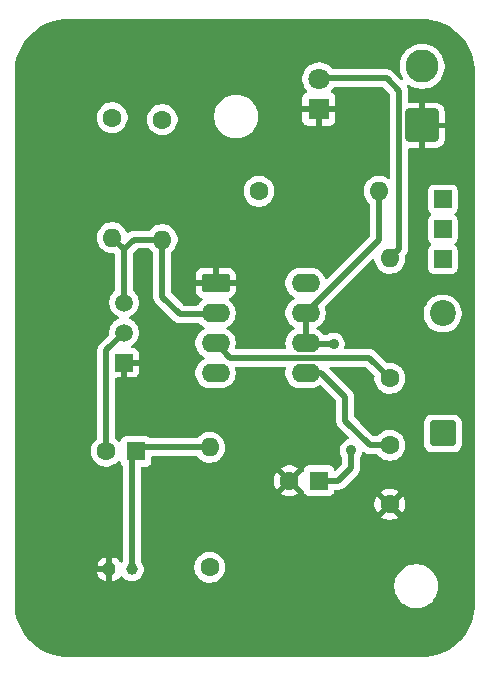
<source format=gbr>
%TF.GenerationSoftware,KiCad,Pcbnew,9.0.2*%
%TF.CreationDate,2025-06-20T15:59:31-04:00*%
%TF.ProjectId,proj02-g05,70726f6a-3032-42d6-9730-352e6b696361,rev?*%
%TF.SameCoordinates,Original*%
%TF.FileFunction,Copper,L2,Bot*%
%TF.FilePolarity,Positive*%
%FSLAX46Y46*%
G04 Gerber Fmt 4.6, Leading zero omitted, Abs format (unit mm)*
G04 Created by KiCad (PCBNEW 9.0.2) date 2025-06-20 15:59:31*
%MOMM*%
%LPD*%
G01*
G04 APERTURE LIST*
G04 Aperture macros list*
%AMRoundRect*
0 Rectangle with rounded corners*
0 $1 Rounding radius*
0 $2 $3 $4 $5 $6 $7 $8 $9 X,Y pos of 4 corners*
0 Add a 4 corners polygon primitive as box body*
4,1,4,$2,$3,$4,$5,$6,$7,$8,$9,$2,$3,0*
0 Add four circle primitives for the rounded corners*
1,1,$1+$1,$2,$3*
1,1,$1+$1,$4,$5*
1,1,$1+$1,$6,$7*
1,1,$1+$1,$8,$9*
0 Add four rect primitives between the rounded corners*
20,1,$1+$1,$2,$3,$4,$5,0*
20,1,$1+$1,$4,$5,$6,$7,0*
20,1,$1+$1,$6,$7,$8,$9,0*
20,1,$1+$1,$8,$9,$2,$3,0*%
G04 Aperture macros list end*
%TA.AperFunction,ComponentPad*%
%ADD10C,1.600000*%
%TD*%
%TA.AperFunction,ComponentPad*%
%ADD11O,1.600000X1.600000*%
%TD*%
%TA.AperFunction,ComponentPad*%
%ADD12R,1.600000X1.600000*%
%TD*%
%TA.AperFunction,ComponentPad*%
%ADD13RoundRect,0.250001X1.149999X-1.149999X1.149999X1.149999X-1.149999X1.149999X-1.149999X-1.149999X0*%
%TD*%
%TA.AperFunction,ComponentPad*%
%ADD14C,2.800000*%
%TD*%
%TA.AperFunction,ComponentPad*%
%ADD15RoundRect,0.249999X0.850001X-0.850001X0.850001X0.850001X-0.850001X0.850001X-0.850001X-0.850001X0*%
%TD*%
%TA.AperFunction,ComponentPad*%
%ADD16C,2.200000*%
%TD*%
%TA.AperFunction,ComponentPad*%
%ADD17R,1.500000X1.500000*%
%TD*%
%TA.AperFunction,ComponentPad*%
%ADD18C,1.500000*%
%TD*%
%TA.AperFunction,ComponentPad*%
%ADD19R,1.800000X1.800000*%
%TD*%
%TA.AperFunction,ComponentPad*%
%ADD20C,1.800000*%
%TD*%
%TA.AperFunction,ComponentPad*%
%ADD21RoundRect,0.250000X-0.250000X-0.250000X0.250000X-0.250000X0.250000X0.250000X-0.250000X0.250000X0*%
%TD*%
%TA.AperFunction,ComponentPad*%
%ADD22C,1.000000*%
%TD*%
%TA.AperFunction,ComponentPad*%
%ADD23RoundRect,0.250000X-0.950000X-0.550000X0.950000X-0.550000X0.950000X0.550000X-0.950000X0.550000X0*%
%TD*%
%TA.AperFunction,ComponentPad*%
%ADD24O,2.400000X1.600000*%
%TD*%
%TA.AperFunction,ViaPad*%
%ADD25C,0.900000*%
%TD*%
%TA.AperFunction,Conductor*%
%ADD26C,0.500000*%
%TD*%
G04 APERTURE END LIST*
D10*
%TO.P,R9,1*%
%TO.N,+9V*%
X101264733Y-36832233D03*
D11*
%TO.P,R9,2*%
%TO.N,Net-(Q1-C)*%
X101264733Y-46992233D03*
%TD*%
D10*
%TO.P,R11,1*%
%TO.N,+9V*%
X113684733Y-43082233D03*
D11*
%TO.P,R11,2*%
%TO.N,Net-(U5-DIS)*%
X123844733Y-43082233D03*
%TD*%
D12*
%TO.P,C5,1*%
%TO.N,Net-(MK1-+)*%
X103264733Y-65082233D03*
D10*
%TO.P,C5,2*%
%TO.N,Net-(Q1-B)*%
X100764733Y-65082233D03*
%TD*%
D13*
%TO.P,J2,1,Pin_1*%
%TO.N,GND*%
X127500000Y-37500000D03*
D14*
%TO.P,J2,2,Pin_2*%
%TO.N,Net-(D13-A)*%
X127500000Y-32500000D03*
%TD*%
D15*
%TO.P,D13,1,K*%
%TO.N,Net-(D13-K)*%
X129250000Y-63580000D03*
D16*
%TO.P,D13,2,A*%
%TO.N,Net-(D13-A)*%
X129250000Y-53420000D03*
%TD*%
D17*
%TO.P,Q1,1,E*%
%TO.N,GND*%
X102264733Y-57582233D03*
D18*
%TO.P,Q1,2,B*%
%TO.N,Net-(Q1-B)*%
X102264733Y-55042233D03*
%TO.P,Q1,3,C*%
%TO.N,Net-(Q1-C)*%
X102264733Y-52502233D03*
%TD*%
D12*
%TO.P,C6,1*%
%TO.N,Net-(U5-DIS)*%
X118764733Y-67582233D03*
D10*
%TO.P,C6,2*%
%TO.N,GND*%
X116264733Y-67582233D03*
%TD*%
D19*
%TO.P,D11,1,K*%
%TO.N,GND*%
X118764733Y-36107233D03*
D20*
%TO.P,D11,2,A*%
%TO.N,Net-(D11-A)*%
X118764733Y-33567233D03*
%TD*%
D17*
%TO.P,SW2,1,A*%
%TO.N,unconnected-(SW2-A-Pad1)*%
X129250000Y-48830000D03*
%TO.P,SW2,2,B*%
%TO.N,Net-(D13-K)*%
X129250000Y-46290000D03*
%TO.P,SW2,3,C*%
%TO.N,+9V*%
X129250000Y-43750000D03*
%TD*%
D21*
%TO.P,MK1,1,-*%
%TO.N,GND*%
X101014733Y-75082233D03*
D22*
%TO.P,MK1,2,+*%
%TO.N,Net-(MK1-+)*%
X102914733Y-75082233D03*
%TD*%
D10*
%TO.P,R8,1*%
%TO.N,+9V*%
X109514733Y-74912233D03*
D11*
%TO.P,R8,2*%
%TO.N,Net-(MK1-+)*%
X109514733Y-64752233D03*
%TD*%
D10*
%TO.P,R10,1*%
%TO.N,+9V*%
X105500000Y-37000000D03*
D11*
%TO.P,R10,2*%
%TO.N,Net-(Q1-C)*%
X105500000Y-47160000D03*
%TD*%
D10*
%TO.P,C7,1*%
%TO.N,Net-(U5-CV)*%
X124764733Y-64582233D03*
%TO.P,C7,2*%
%TO.N,GND*%
X124764733Y-69582233D03*
%TD*%
D23*
%TO.P,U5,1,GND*%
%TO.N,GND*%
X110014733Y-50832233D03*
D24*
%TO.P,U5,2,TR*%
%TO.N,Net-(Q1-C)*%
X110014733Y-53372233D03*
%TO.P,U5,3,Q*%
%TO.N,Net-(U5-Q)*%
X110014733Y-55912233D03*
%TO.P,U5,4,R*%
%TO.N,+9V*%
X110014733Y-58452233D03*
%TO.P,U5,5,CV*%
%TO.N,Net-(U5-CV)*%
X117634733Y-58452233D03*
%TO.P,U5,6,THR*%
%TO.N,Net-(U5-DIS)*%
X117634733Y-55912233D03*
%TO.P,U5,7,DIS*%
X117634733Y-53372233D03*
%TO.P,U5,8,VCC*%
%TO.N,+9V*%
X117634733Y-50832233D03*
%TD*%
D10*
%TO.P,R12,1*%
%TO.N,Net-(U5-Q)*%
X124764733Y-58912233D03*
D11*
%TO.P,R12,2*%
%TO.N,Net-(D11-A)*%
X124764733Y-48752233D03*
%TD*%
D25*
%TO.N,Net-(U5-DIS)*%
X121500000Y-65000000D03*
X120000000Y-56000000D03*
%TD*%
D26*
%TO.N,Net-(MK1-+)*%
X103594733Y-64752233D02*
X103264733Y-65082233D01*
X102914733Y-65432233D02*
X103264733Y-65082233D01*
X109514733Y-64752233D02*
X103594733Y-64752233D01*
X102914733Y-75082233D02*
X102914733Y-65432233D01*
%TO.N,Net-(Q1-B)*%
X100764733Y-56542233D02*
X102264733Y-55042233D01*
X100764733Y-65082233D02*
X100764733Y-56542233D01*
%TO.N,Net-(U5-DIS)*%
X121500000Y-66500000D02*
X121500000Y-65000000D01*
X117722500Y-56000000D02*
X117634733Y-55912233D01*
X117634733Y-53372233D02*
X117634733Y-55912233D01*
X123844733Y-47162233D02*
X117634733Y-53372233D01*
X118764733Y-67582233D02*
X120417767Y-67582233D01*
X120000000Y-56000000D02*
X117722500Y-56000000D01*
X123844733Y-43082233D02*
X123844733Y-47162233D01*
X120417767Y-67582233D02*
X121500000Y-66500000D01*
%TO.N,Net-(U5-CV)*%
X123082233Y-64582233D02*
X124764733Y-64582233D01*
X117634733Y-58452233D02*
X118952233Y-58452233D01*
X118952233Y-58452233D02*
X121000000Y-60500000D01*
X121000000Y-60500000D02*
X121000000Y-62500000D01*
X121000000Y-62500000D02*
X123082233Y-64582233D01*
%TO.N,Net-(D11-A)*%
X118831966Y-33500000D02*
X118764733Y-33567233D01*
X124764733Y-48752233D02*
X125564732Y-47952234D01*
X124500000Y-33500000D02*
X118831966Y-33500000D01*
X125564732Y-34564732D02*
X124500000Y-33500000D01*
X125564732Y-47952234D02*
X125564732Y-34564732D01*
%TO.N,Net-(Q1-C)*%
X105500000Y-47160000D02*
X103096966Y-47160000D01*
X105500000Y-47160000D02*
X105500000Y-52000000D01*
X107000000Y-53500000D02*
X109886966Y-53500000D01*
X109886966Y-53500000D02*
X110014733Y-53372233D01*
X102264733Y-52502233D02*
X102264733Y-47992233D01*
X105500000Y-52000000D02*
X107000000Y-53500000D01*
X102264733Y-47992233D02*
X101264733Y-46992233D01*
X103096966Y-47160000D02*
X102264733Y-47992233D01*
%TO.N,Net-(U5-Q)*%
X110014733Y-55912233D02*
X111265733Y-57163233D01*
X123015733Y-57163233D02*
X124764733Y-58912233D01*
X111265733Y-57163233D02*
X123015733Y-57163233D01*
%TD*%
%TA.AperFunction,Conductor*%
%TO.N,GND*%
G36*
X127502702Y-28500617D02*
G01*
X127886771Y-28517386D01*
X127897506Y-28518326D01*
X128275971Y-28568152D01*
X128286597Y-28570025D01*
X128659284Y-28652648D01*
X128669710Y-28655442D01*
X129033765Y-28770227D01*
X129043911Y-28773920D01*
X129396578Y-28920000D01*
X129406369Y-28924566D01*
X129744942Y-29100816D01*
X129754310Y-29106224D01*
X130076244Y-29311318D01*
X130085105Y-29317523D01*
X130387930Y-29549889D01*
X130396217Y-29556843D01*
X130677635Y-29814715D01*
X130685284Y-29822364D01*
X130943156Y-30103782D01*
X130950110Y-30112069D01*
X131182476Y-30414894D01*
X131188681Y-30423755D01*
X131393775Y-30745689D01*
X131399183Y-30755057D01*
X131575430Y-31093623D01*
X131580002Y-31103427D01*
X131726075Y-31456078D01*
X131729775Y-31466244D01*
X131844554Y-31830278D01*
X131847354Y-31840727D01*
X131929971Y-32213389D01*
X131931849Y-32224042D01*
X131981671Y-32602473D01*
X131982614Y-32613249D01*
X131999382Y-32997296D01*
X131999500Y-33002705D01*
X131999500Y-77997293D01*
X131999382Y-78002702D01*
X131982614Y-78386750D01*
X131981671Y-78397526D01*
X131931849Y-78775957D01*
X131929971Y-78786610D01*
X131847354Y-79159272D01*
X131844554Y-79169721D01*
X131729775Y-79533755D01*
X131726075Y-79543921D01*
X131580002Y-79896572D01*
X131575430Y-79906376D01*
X131399183Y-80244942D01*
X131393775Y-80254310D01*
X131188681Y-80576244D01*
X131182476Y-80585105D01*
X130950110Y-80887930D01*
X130943156Y-80896217D01*
X130685284Y-81177635D01*
X130677635Y-81185284D01*
X130396217Y-81443156D01*
X130387930Y-81450110D01*
X130085105Y-81682476D01*
X130076244Y-81688681D01*
X129754310Y-81893775D01*
X129744942Y-81899183D01*
X129406376Y-82075430D01*
X129396572Y-82080002D01*
X129043921Y-82226075D01*
X129033755Y-82229775D01*
X128669721Y-82344554D01*
X128659272Y-82347354D01*
X128286610Y-82429971D01*
X128275957Y-82431849D01*
X127897526Y-82481671D01*
X127886750Y-82482614D01*
X127502703Y-82499382D01*
X127497294Y-82499500D01*
X97502706Y-82499500D01*
X97497297Y-82499382D01*
X97113249Y-82482614D01*
X97102473Y-82481671D01*
X96724042Y-82431849D01*
X96713389Y-82429971D01*
X96340727Y-82347354D01*
X96330278Y-82344554D01*
X95966244Y-82229775D01*
X95956078Y-82226075D01*
X95603427Y-82080002D01*
X95593623Y-82075430D01*
X95255057Y-81899183D01*
X95245689Y-81893775D01*
X94923755Y-81688681D01*
X94914894Y-81682476D01*
X94612069Y-81450110D01*
X94603782Y-81443156D01*
X94322364Y-81185284D01*
X94314715Y-81177635D01*
X94056843Y-80896217D01*
X94049889Y-80887930D01*
X93817523Y-80585105D01*
X93811318Y-80576244D01*
X93606224Y-80254310D01*
X93600816Y-80244942D01*
X93424569Y-79906376D01*
X93419997Y-79896572D01*
X93273924Y-79543921D01*
X93270224Y-79533755D01*
X93155442Y-79169710D01*
X93152648Y-79159284D01*
X93070025Y-78786597D01*
X93068152Y-78775971D01*
X93018326Y-78397506D01*
X93017386Y-78386771D01*
X93000618Y-78002702D01*
X93000500Y-77997293D01*
X93000500Y-76378711D01*
X125149500Y-76378711D01*
X125149500Y-76621288D01*
X125181161Y-76861785D01*
X125243947Y-77096104D01*
X125336773Y-77320205D01*
X125336776Y-77320212D01*
X125458064Y-77530289D01*
X125458066Y-77530292D01*
X125458067Y-77530293D01*
X125605733Y-77722736D01*
X125605739Y-77722743D01*
X125777256Y-77894260D01*
X125777263Y-77894266D01*
X125890321Y-77981018D01*
X125969711Y-78041936D01*
X126179788Y-78163224D01*
X126403900Y-78256054D01*
X126638211Y-78318838D01*
X126818586Y-78342584D01*
X126878711Y-78350500D01*
X126878712Y-78350500D01*
X127121289Y-78350500D01*
X127169388Y-78344167D01*
X127361789Y-78318838D01*
X127596100Y-78256054D01*
X127820212Y-78163224D01*
X128030289Y-78041936D01*
X128222738Y-77894265D01*
X128394265Y-77722738D01*
X128541936Y-77530289D01*
X128663224Y-77320212D01*
X128756054Y-77096100D01*
X128818838Y-76861789D01*
X128850500Y-76621288D01*
X128850500Y-76378712D01*
X128818838Y-76138211D01*
X128756054Y-75903900D01*
X128663224Y-75679788D01*
X128541936Y-75469711D01*
X128394265Y-75277262D01*
X128394260Y-75277256D01*
X128222743Y-75105739D01*
X128222736Y-75105733D01*
X128030293Y-74958067D01*
X128030292Y-74958066D01*
X128030289Y-74958064D01*
X127820212Y-74836776D01*
X127820205Y-74836773D01*
X127596104Y-74743947D01*
X127361785Y-74681161D01*
X127121289Y-74649500D01*
X127121288Y-74649500D01*
X126878712Y-74649500D01*
X126878711Y-74649500D01*
X126638214Y-74681161D01*
X126403895Y-74743947D01*
X126179794Y-74836773D01*
X126179785Y-74836777D01*
X125969706Y-74958067D01*
X125777263Y-75105733D01*
X125777256Y-75105739D01*
X125605739Y-75277256D01*
X125605733Y-75277263D01*
X125458067Y-75469706D01*
X125336777Y-75679785D01*
X125336773Y-75679794D01*
X125243947Y-75903895D01*
X125181161Y-76138214D01*
X125149500Y-76378711D01*
X93000500Y-76378711D01*
X93000500Y-75382219D01*
X100014734Y-75382219D01*
X100025227Y-75484930D01*
X100080374Y-75651352D01*
X100080376Y-75651357D01*
X100172417Y-75800578D01*
X100296387Y-75924548D01*
X100445608Y-76016589D01*
X100445613Y-76016591D01*
X100612035Y-76071738D01*
X100612042Y-76071739D01*
X100714752Y-76082232D01*
X100764732Y-76082231D01*
X100764733Y-76082231D01*
X100764733Y-75332233D01*
X100014734Y-75332233D01*
X100014734Y-75382219D01*
X93000500Y-75382219D01*
X93000500Y-74782246D01*
X100014733Y-74782246D01*
X100014733Y-74832233D01*
X100764733Y-74832233D01*
X100764733Y-74082233D01*
X100764732Y-74082232D01*
X100714762Y-74082233D01*
X100714744Y-74082234D01*
X100612035Y-74092727D01*
X100445613Y-74147874D01*
X100445608Y-74147876D01*
X100296387Y-74239917D01*
X100172417Y-74363887D01*
X100080376Y-74513108D01*
X100080374Y-74513113D01*
X100025227Y-74679535D01*
X100025226Y-74679542D01*
X100014733Y-74782246D01*
X93000500Y-74782246D01*
X93000500Y-64979881D01*
X99464233Y-64979881D01*
X99464233Y-65184584D01*
X99496255Y-65386767D01*
X99559514Y-65581456D01*
X99617124Y-65694520D01*
X99642439Y-65744204D01*
X99652448Y-65763846D01*
X99772761Y-65929446D01*
X99917519Y-66074204D01*
X100072482Y-66186789D01*
X100083123Y-66194520D01*
X100171945Y-66239777D01*
X100265509Y-66287451D01*
X100265511Y-66287451D01*
X100265514Y-66287453D01*
X100347962Y-66314242D01*
X100460198Y-66350710D01*
X100561290Y-66366721D01*
X100662381Y-66382733D01*
X100662382Y-66382733D01*
X100867084Y-66382733D01*
X100867085Y-66382733D01*
X101069267Y-66350710D01*
X101263952Y-66287453D01*
X101446343Y-66194520D01*
X101542634Y-66124561D01*
X101611946Y-66074204D01*
X101611948Y-66074201D01*
X101611952Y-66074199D01*
X101756699Y-65929452D01*
X101756699Y-65929451D01*
X101760144Y-65926007D01*
X101761600Y-65927463D01*
X101812856Y-65893991D01*
X101882724Y-65893481D01*
X101941777Y-65930824D01*
X101969336Y-65984191D01*
X101970641Y-65989715D01*
X102020935Y-66124561D01*
X102020936Y-66124562D01*
X102020937Y-66124564D01*
X102096461Y-66225451D01*
X102107187Y-66239779D01*
X102114541Y-66245284D01*
X102156414Y-66301216D01*
X102164233Y-66344553D01*
X102164233Y-74367622D01*
X102158715Y-74386411D01*
X102158148Y-74405990D01*
X102146970Y-74426410D01*
X102144548Y-74434661D01*
X102142562Y-74437656D01*
X102138599Y-74443445D01*
X102137594Y-74444451D01*
X102124519Y-74464018D01*
X102124053Y-74464700D01*
X102097500Y-74486393D01*
X102071209Y-74508364D01*
X102070499Y-74508453D01*
X102069945Y-74508906D01*
X102035856Y-74512802D01*
X102001884Y-74517068D01*
X102001239Y-74516759D01*
X102000528Y-74516841D01*
X101969770Y-74501701D01*
X101938858Y-74486911D01*
X101938256Y-74486191D01*
X101937840Y-74485986D01*
X101937204Y-74484931D01*
X101916185Y-74459763D01*
X101857048Y-74363887D01*
X101733078Y-74239917D01*
X101583857Y-74147876D01*
X101583852Y-74147874D01*
X101417430Y-74092727D01*
X101417423Y-74092726D01*
X101314719Y-74082233D01*
X101264733Y-74082233D01*
X101264733Y-74872615D01*
X101214287Y-74822169D01*
X101140178Y-74779382D01*
X101057520Y-74757233D01*
X100971946Y-74757233D01*
X100889288Y-74779382D01*
X100815179Y-74822169D01*
X100754669Y-74882679D01*
X100711882Y-74956788D01*
X100689733Y-75039446D01*
X100689733Y-75125020D01*
X100711882Y-75207678D01*
X100754669Y-75281787D01*
X100815179Y-75342297D01*
X100889288Y-75385084D01*
X100971946Y-75407233D01*
X101057520Y-75407233D01*
X101140178Y-75385084D01*
X101214287Y-75342297D01*
X101264733Y-75291851D01*
X101264733Y-76082232D01*
X101314705Y-76082232D01*
X101314719Y-76082231D01*
X101417430Y-76071738D01*
X101583852Y-76016591D01*
X101583857Y-76016589D01*
X101733078Y-75924548D01*
X101857050Y-75800576D01*
X101916185Y-75704703D01*
X101968133Y-75657978D01*
X102037095Y-75646755D01*
X102101177Y-75674598D01*
X102124825Y-75700906D01*
X102137594Y-75720016D01*
X102276947Y-75859369D01*
X102276951Y-75859372D01*
X102440812Y-75968861D01*
X102440825Y-75968868D01*
X102575183Y-76024520D01*
X102622898Y-76044284D01*
X102622902Y-76044284D01*
X102622903Y-76044285D01*
X102816189Y-76082733D01*
X102816192Y-76082733D01*
X103013276Y-76082733D01*
X103143315Y-76056865D01*
X103206568Y-76044284D01*
X103388647Y-75968865D01*
X103552515Y-75859372D01*
X103691872Y-75720015D01*
X103801365Y-75556147D01*
X103876784Y-75374068D01*
X103896041Y-75277256D01*
X103915233Y-75180776D01*
X103915233Y-74983689D01*
X103915232Y-74983687D01*
X103884503Y-74829200D01*
X103880660Y-74809881D01*
X108214233Y-74809881D01*
X108214233Y-75014584D01*
X108246255Y-75216767D01*
X108309514Y-75411456D01*
X108402448Y-75593846D01*
X108522761Y-75759446D01*
X108667519Y-75904204D01*
X108822207Y-76016589D01*
X108833123Y-76024520D01*
X108946387Y-76082231D01*
X109015509Y-76117451D01*
X109015511Y-76117451D01*
X109015514Y-76117453D01*
X109079401Y-76138211D01*
X109210198Y-76180710D01*
X109311290Y-76196721D01*
X109412381Y-76212733D01*
X109412382Y-76212733D01*
X109617084Y-76212733D01*
X109617085Y-76212733D01*
X109819267Y-76180710D01*
X110013952Y-76117453D01*
X110196343Y-76024520D01*
X110333944Y-75924548D01*
X110361946Y-75904204D01*
X110361948Y-75904201D01*
X110361952Y-75904199D01*
X110506699Y-75759452D01*
X110506701Y-75759448D01*
X110506704Y-75759446D01*
X110564580Y-75679785D01*
X110627020Y-75593843D01*
X110719953Y-75411452D01*
X110783210Y-75216767D01*
X110815233Y-75014585D01*
X110815233Y-74809881D01*
X110794846Y-74681162D01*
X110783210Y-74607698D01*
X110748769Y-74501701D01*
X110719953Y-74413014D01*
X110719951Y-74413011D01*
X110719951Y-74413009D01*
X110686236Y-74346840D01*
X110627020Y-74230623D01*
X110619289Y-74219982D01*
X110506704Y-74065019D01*
X110361946Y-73920261D01*
X110196346Y-73799948D01*
X110196345Y-73799947D01*
X110196343Y-73799946D01*
X110139386Y-73770924D01*
X110013956Y-73707014D01*
X109819267Y-73643755D01*
X109644728Y-73616111D01*
X109617085Y-73611733D01*
X109412381Y-73611733D01*
X109388062Y-73615584D01*
X109210198Y-73643755D01*
X109015509Y-73707014D01*
X108833119Y-73799948D01*
X108667519Y-73920261D01*
X108522761Y-74065019D01*
X108402448Y-74230619D01*
X108309514Y-74413009D01*
X108246255Y-74607698D01*
X108214233Y-74809881D01*
X103880660Y-74809881D01*
X103876785Y-74790403D01*
X103876784Y-74790402D01*
X103876784Y-74790398D01*
X103857543Y-74743946D01*
X103801368Y-74608325D01*
X103801361Y-74608312D01*
X103688488Y-74439386D01*
X103690011Y-74438368D01*
X103666064Y-74381956D01*
X103665233Y-74367622D01*
X103665233Y-69479915D01*
X123464733Y-69479915D01*
X123464733Y-69684550D01*
X123496742Y-69886650D01*
X123559977Y-70081264D01*
X123652874Y-70263583D01*
X123652880Y-70263592D01*
X123685256Y-70308154D01*
X123685257Y-70308155D01*
X124364733Y-69628679D01*
X124364733Y-69634894D01*
X124391992Y-69736627D01*
X124444653Y-69827839D01*
X124519127Y-69902313D01*
X124610339Y-69954974D01*
X124712072Y-69982233D01*
X124718286Y-69982233D01*
X124038809Y-70661707D01*
X124083383Y-70694092D01*
X124265701Y-70786988D01*
X124460315Y-70850223D01*
X124662416Y-70882233D01*
X124867050Y-70882233D01*
X125069150Y-70850223D01*
X125263764Y-70786988D01*
X125446082Y-70694092D01*
X125490654Y-70661707D01*
X124811180Y-69982233D01*
X124817394Y-69982233D01*
X124919127Y-69954974D01*
X125010339Y-69902313D01*
X125084813Y-69827839D01*
X125137474Y-69736627D01*
X125164733Y-69634894D01*
X125164733Y-69628681D01*
X125844207Y-70308155D01*
X125844207Y-70308154D01*
X125876592Y-70263582D01*
X125969488Y-70081264D01*
X126032723Y-69886650D01*
X126064733Y-69684550D01*
X126064733Y-69479915D01*
X126032723Y-69277815D01*
X125969488Y-69083201D01*
X125876592Y-68900883D01*
X125844207Y-68856310D01*
X125844207Y-68856309D01*
X125164733Y-69535784D01*
X125164733Y-69529572D01*
X125137474Y-69427839D01*
X125084813Y-69336627D01*
X125010339Y-69262153D01*
X124919127Y-69209492D01*
X124817394Y-69182233D01*
X124811179Y-69182233D01*
X125490655Y-68502757D01*
X125490654Y-68502756D01*
X125446092Y-68470380D01*
X125446083Y-68470374D01*
X125263764Y-68377477D01*
X125069150Y-68314242D01*
X124867050Y-68282233D01*
X124662416Y-68282233D01*
X124460315Y-68314242D01*
X124265701Y-68377477D01*
X124083377Y-68470376D01*
X124038810Y-68502756D01*
X124038810Y-68502757D01*
X124718287Y-69182233D01*
X124712072Y-69182233D01*
X124610339Y-69209492D01*
X124519127Y-69262153D01*
X124444653Y-69336627D01*
X124391992Y-69427839D01*
X124364733Y-69529572D01*
X124364733Y-69535786D01*
X123685257Y-68856310D01*
X123685256Y-68856310D01*
X123652876Y-68900877D01*
X123559977Y-69083201D01*
X123496742Y-69277815D01*
X123464733Y-69479915D01*
X103665233Y-69479915D01*
X103665233Y-66506732D01*
X103684918Y-66439693D01*
X103737722Y-66393938D01*
X103789233Y-66382732D01*
X104112604Y-66382732D01*
X104112605Y-66382732D01*
X104172216Y-66376324D01*
X104307064Y-66326029D01*
X104422279Y-66239779D01*
X104508529Y-66124564D01*
X104558824Y-65989716D01*
X104565233Y-65930106D01*
X104565233Y-65626733D01*
X104584918Y-65559694D01*
X104637722Y-65513939D01*
X104689233Y-65502733D01*
X108389315Y-65502733D01*
X108456354Y-65522418D01*
X108489633Y-65553848D01*
X108522761Y-65599445D01*
X108522765Y-65599450D01*
X108667519Y-65744204D01*
X108814115Y-65850710D01*
X108833123Y-65864520D01*
X108949340Y-65923736D01*
X109015509Y-65957451D01*
X109015511Y-65957451D01*
X109015514Y-65957453D01*
X109097805Y-65984191D01*
X109210198Y-66020710D01*
X109311290Y-66036721D01*
X109412381Y-66052733D01*
X109412382Y-66052733D01*
X109617084Y-66052733D01*
X109617085Y-66052733D01*
X109819267Y-66020710D01*
X110013952Y-65957453D01*
X110196343Y-65864520D01*
X110289323Y-65796965D01*
X110361946Y-65744204D01*
X110361948Y-65744201D01*
X110361952Y-65744199D01*
X110506699Y-65599452D01*
X110506701Y-65599448D01*
X110506704Y-65599446D01*
X110576969Y-65502733D01*
X110627020Y-65433843D01*
X110719953Y-65251452D01*
X110783210Y-65056767D01*
X110815233Y-64854585D01*
X110815233Y-64649881D01*
X110799377Y-64549769D01*
X110783210Y-64447698D01*
X110753860Y-64357370D01*
X110719953Y-64253014D01*
X110719951Y-64253011D01*
X110719951Y-64253009D01*
X110671376Y-64157676D01*
X110627020Y-64070623D01*
X110604700Y-64039902D01*
X110506704Y-63905019D01*
X110361946Y-63760261D01*
X110196346Y-63639948D01*
X110196345Y-63639947D01*
X110196343Y-63639946D01*
X110098843Y-63590267D01*
X110013956Y-63547014D01*
X109819267Y-63483755D01*
X109644728Y-63456111D01*
X109617085Y-63451733D01*
X109412381Y-63451733D01*
X109388062Y-63455584D01*
X109210198Y-63483755D01*
X109015509Y-63547014D01*
X108833119Y-63639948D01*
X108667519Y-63760261D01*
X108522765Y-63905015D01*
X108522761Y-63905020D01*
X108489633Y-63950618D01*
X108434304Y-63993284D01*
X108389315Y-64001733D01*
X104542025Y-64001733D01*
X104474986Y-63982048D01*
X104442758Y-63952043D01*
X104422283Y-63924691D01*
X104422280Y-63924688D01*
X104422279Y-63924687D01*
X104422275Y-63924684D01*
X104307068Y-63838439D01*
X104307061Y-63838435D01*
X104172215Y-63788141D01*
X104172216Y-63788141D01*
X104112616Y-63781734D01*
X104112614Y-63781733D01*
X104112606Y-63781733D01*
X104112597Y-63781733D01*
X102416862Y-63781733D01*
X102416856Y-63781734D01*
X102357249Y-63788141D01*
X102222404Y-63838435D01*
X102222397Y-63838439D01*
X102107188Y-63924685D01*
X102107185Y-63924688D01*
X102020939Y-64039897D01*
X102020935Y-64039904D01*
X101970641Y-64174750D01*
X101969336Y-64180275D01*
X101934761Y-64240990D01*
X101872849Y-64273374D01*
X101803258Y-64267145D01*
X101761346Y-64237256D01*
X101760144Y-64238459D01*
X101611950Y-64090265D01*
X101611945Y-64090261D01*
X101566348Y-64057133D01*
X101523682Y-64001804D01*
X101515233Y-63956815D01*
X101515233Y-58956233D01*
X101534918Y-58889194D01*
X101587722Y-58843439D01*
X101639233Y-58832233D01*
X102014733Y-58832233D01*
X102014733Y-57897919D01*
X102019127Y-57902313D01*
X102110339Y-57954974D01*
X102212072Y-57982233D01*
X102317394Y-57982233D01*
X102419127Y-57954974D01*
X102510339Y-57902313D01*
X102514733Y-57897919D01*
X102514733Y-58832233D01*
X103062561Y-58832233D01*
X103062577Y-58832232D01*
X103122105Y-58825831D01*
X103122112Y-58825829D01*
X103256819Y-58775587D01*
X103256826Y-58775583D01*
X103371920Y-58689423D01*
X103371923Y-58689420D01*
X103458083Y-58574326D01*
X103458087Y-58574319D01*
X103508329Y-58439612D01*
X103508331Y-58439605D01*
X103514732Y-58380077D01*
X103514733Y-58380060D01*
X103514733Y-57832233D01*
X102580419Y-57832233D01*
X102584813Y-57827839D01*
X102637474Y-57736627D01*
X102664733Y-57634894D01*
X102664733Y-57529572D01*
X102637474Y-57427839D01*
X102584813Y-57336627D01*
X102580419Y-57332233D01*
X103514733Y-57332233D01*
X103514733Y-56784405D01*
X103514732Y-56784388D01*
X103508331Y-56724860D01*
X103508329Y-56724853D01*
X103458087Y-56590146D01*
X103458083Y-56590139D01*
X103371923Y-56475045D01*
X103371920Y-56475042D01*
X103256826Y-56388882D01*
X103256819Y-56388878D01*
X103122112Y-56338636D01*
X103122105Y-56338634D01*
X103062577Y-56332233D01*
X102998312Y-56332233D01*
X102931273Y-56312548D01*
X102885518Y-56259744D01*
X102875574Y-56190586D01*
X102904599Y-56127030D01*
X102925426Y-56107915D01*
X103079379Y-55996061D01*
X103218561Y-55856879D01*
X103334257Y-55697638D01*
X103423617Y-55522258D01*
X103484442Y-55335059D01*
X103496061Y-55261698D01*
X103515233Y-55140655D01*
X103515233Y-54943810D01*
X103484442Y-54749406D01*
X103454966Y-54658691D01*
X103423617Y-54562208D01*
X103423615Y-54562205D01*
X103423615Y-54562203D01*
X103334256Y-54386827D01*
X103218561Y-54227587D01*
X103079379Y-54088405D01*
X102999758Y-54030557D01*
X102920136Y-53972707D01*
X102743520Y-53882718D01*
X102692723Y-53834744D01*
X102675928Y-53766923D01*
X102698465Y-53700788D01*
X102743520Y-53661748D01*
X102920136Y-53571758D01*
X102920135Y-53571758D01*
X102920138Y-53571757D01*
X103079379Y-53456061D01*
X103218561Y-53316879D01*
X103334257Y-53157638D01*
X103423617Y-52982258D01*
X103484442Y-52795059D01*
X103497410Y-52713181D01*
X103515233Y-52600655D01*
X103515233Y-52403810D01*
X103484442Y-52209406D01*
X103456220Y-52122550D01*
X103423617Y-52022208D01*
X103423615Y-52022205D01*
X103423615Y-52022203D01*
X103340413Y-51858910D01*
X103334257Y-51846828D01*
X103218561Y-51687587D01*
X103079379Y-51548405D01*
X103079378Y-51548404D01*
X103079376Y-51548402D01*
X103066345Y-51538934D01*
X103023681Y-51483603D01*
X103015233Y-51438618D01*
X103015233Y-48354462D01*
X103034918Y-48287423D01*
X103051552Y-48266781D01*
X103371514Y-47946819D01*
X103432837Y-47913334D01*
X103459195Y-47910500D01*
X104374582Y-47910500D01*
X104441621Y-47930185D01*
X104474900Y-47961615D01*
X104508028Y-48007212D01*
X104508032Y-48007217D01*
X104508034Y-48007219D01*
X104652781Y-48151966D01*
X104698384Y-48185098D01*
X104741050Y-48240425D01*
X104749500Y-48285416D01*
X104749500Y-52073918D01*
X104749500Y-52073920D01*
X104749499Y-52073920D01*
X104778340Y-52218907D01*
X104778343Y-52218917D01*
X104834913Y-52355490D01*
X104834915Y-52355493D01*
X104844274Y-52369501D01*
X104917049Y-52478418D01*
X104917052Y-52478421D01*
X106521580Y-54082948D01*
X106521584Y-54082951D01*
X106644498Y-54165080D01*
X106644511Y-54165087D01*
X106775747Y-54219446D01*
X106781087Y-54221658D01*
X106781091Y-54221658D01*
X106781092Y-54221659D01*
X106926079Y-54250500D01*
X106926082Y-54250500D01*
X107073917Y-54250500D01*
X108602453Y-54250500D01*
X108669492Y-54270185D01*
X108690134Y-54286819D01*
X108767519Y-54364204D01*
X108922482Y-54476789D01*
X108933123Y-54484520D01*
X109024573Y-54531116D01*
X109025813Y-54531748D01*
X109076609Y-54579723D01*
X109093404Y-54647544D01*
X109070867Y-54713679D01*
X109025813Y-54752718D01*
X108933119Y-54799948D01*
X108767519Y-54920261D01*
X108622761Y-55065019D01*
X108502448Y-55230619D01*
X108409514Y-55413009D01*
X108346255Y-55607698D01*
X108314233Y-55809881D01*
X108314233Y-56014584D01*
X108346255Y-56216767D01*
X108409514Y-56411456D01*
X108441915Y-56475045D01*
X108500562Y-56590146D01*
X108502448Y-56593846D01*
X108622761Y-56759446D01*
X108767519Y-56904204D01*
X108922482Y-57016789D01*
X108933123Y-57024520D01*
X109024573Y-57071116D01*
X109025813Y-57071748D01*
X109076609Y-57119723D01*
X109093404Y-57187544D01*
X109070867Y-57253679D01*
X109025813Y-57292718D01*
X108933119Y-57339948D01*
X108767519Y-57460261D01*
X108622761Y-57605019D01*
X108502448Y-57770619D01*
X108409514Y-57953009D01*
X108346255Y-58147698D01*
X108314233Y-58349881D01*
X108314233Y-58554584D01*
X108346255Y-58756767D01*
X108409514Y-58951456D01*
X108502448Y-59133846D01*
X108622761Y-59299446D01*
X108767519Y-59444204D01*
X108870077Y-59518715D01*
X108933123Y-59564520D01*
X109049340Y-59623736D01*
X109115509Y-59657451D01*
X109115511Y-59657451D01*
X109115514Y-59657453D01*
X109219870Y-59691360D01*
X109310198Y-59720710D01*
X109411290Y-59736721D01*
X109512381Y-59752733D01*
X109512382Y-59752733D01*
X110517084Y-59752733D01*
X110517085Y-59752733D01*
X110719267Y-59720710D01*
X110913952Y-59657453D01*
X111096343Y-59564520D01*
X111209100Y-59482598D01*
X111261946Y-59444204D01*
X111261948Y-59444201D01*
X111261952Y-59444199D01*
X111406699Y-59299452D01*
X111406701Y-59299448D01*
X111406704Y-59299446D01*
X111466773Y-59216767D01*
X111527020Y-59133843D01*
X111619953Y-58951452D01*
X111683210Y-58756767D01*
X111715233Y-58554585D01*
X111715233Y-58349881D01*
X111696344Y-58230623D01*
X111683210Y-58147698D01*
X111659930Y-58076052D01*
X111657934Y-58006211D01*
X111694014Y-57946378D01*
X111756715Y-57915549D01*
X111777861Y-57913733D01*
X115871605Y-57913733D01*
X115938644Y-57933418D01*
X115984399Y-57986222D01*
X115994343Y-58055380D01*
X115989536Y-58076052D01*
X115966255Y-58147698D01*
X115934233Y-58349881D01*
X115934233Y-58554584D01*
X115966255Y-58756767D01*
X116029514Y-58951456D01*
X116122448Y-59133846D01*
X116242761Y-59299446D01*
X116387519Y-59444204D01*
X116490077Y-59518715D01*
X116553123Y-59564520D01*
X116669340Y-59623736D01*
X116735509Y-59657451D01*
X116735511Y-59657451D01*
X116735514Y-59657453D01*
X116839870Y-59691360D01*
X116930198Y-59720710D01*
X117031290Y-59736721D01*
X117132381Y-59752733D01*
X117132382Y-59752733D01*
X118137084Y-59752733D01*
X118137085Y-59752733D01*
X118339267Y-59720710D01*
X118533952Y-59657453D01*
X118716343Y-59564520D01*
X118796784Y-59506076D01*
X118862586Y-59482598D01*
X118930640Y-59498423D01*
X118957347Y-59518715D01*
X120213181Y-60774549D01*
X120246666Y-60835872D01*
X120249500Y-60862230D01*
X120249500Y-62573918D01*
X120249500Y-62573920D01*
X120249499Y-62573920D01*
X120278340Y-62718907D01*
X120278343Y-62718917D01*
X120334914Y-62855492D01*
X120367812Y-62904727D01*
X120367813Y-62904730D01*
X120417046Y-62978414D01*
X120417052Y-62978421D01*
X121310528Y-63871896D01*
X121344013Y-63933219D01*
X121339029Y-64002910D01*
X121297157Y-64058844D01*
X121247043Y-64081194D01*
X121222748Y-64086027D01*
X121049771Y-64157676D01*
X121049762Y-64157681D01*
X120894092Y-64261697D01*
X120894088Y-64261700D01*
X120761700Y-64394088D01*
X120761697Y-64394092D01*
X120657681Y-64549762D01*
X120657676Y-64549771D01*
X120586027Y-64722748D01*
X120586025Y-64722756D01*
X120549500Y-64906379D01*
X120549500Y-65093620D01*
X120586025Y-65277243D01*
X120586027Y-65277251D01*
X120657676Y-65450228D01*
X120657681Y-65450236D01*
X120728602Y-65556376D01*
X120749480Y-65623053D01*
X120749500Y-65625267D01*
X120749500Y-66137770D01*
X120729815Y-66204809D01*
X120713181Y-66225451D01*
X120250964Y-66687667D01*
X120189641Y-66721152D01*
X120119949Y-66716168D01*
X120064016Y-66674296D01*
X120047101Y-66643319D01*
X120008530Y-66539904D01*
X120008526Y-66539897D01*
X119922280Y-66424688D01*
X119922277Y-66424685D01*
X119807068Y-66338439D01*
X119807061Y-66338435D01*
X119672215Y-66288141D01*
X119672216Y-66288141D01*
X119612616Y-66281734D01*
X119612614Y-66281733D01*
X119612606Y-66281733D01*
X119612597Y-66281733D01*
X117916862Y-66281733D01*
X117916856Y-66281734D01*
X117857249Y-66288141D01*
X117722404Y-66338435D01*
X117722397Y-66338439D01*
X117607188Y-66424685D01*
X117607185Y-66424688D01*
X117520939Y-66539897D01*
X117520935Y-66539904D01*
X117470641Y-66674750D01*
X117464234Y-66734349D01*
X117464055Y-66737685D01*
X117462474Y-66737600D01*
X117444548Y-66798652D01*
X117391744Y-66844407D01*
X117348459Y-66852057D01*
X116664733Y-67535784D01*
X116664733Y-67529572D01*
X116637474Y-67427839D01*
X116584813Y-67336627D01*
X116510339Y-67262153D01*
X116419127Y-67209492D01*
X116317394Y-67182233D01*
X116311179Y-67182233D01*
X116990655Y-66502757D01*
X116990654Y-66502756D01*
X116946092Y-66470380D01*
X116946083Y-66470374D01*
X116763764Y-66377477D01*
X116569150Y-66314242D01*
X116367050Y-66282233D01*
X116162416Y-66282233D01*
X115960315Y-66314242D01*
X115765701Y-66377477D01*
X115583377Y-66470376D01*
X115538810Y-66502756D01*
X115538810Y-66502757D01*
X116218287Y-67182233D01*
X116212072Y-67182233D01*
X116110339Y-67209492D01*
X116019127Y-67262153D01*
X115944653Y-67336627D01*
X115891992Y-67427839D01*
X115864733Y-67529572D01*
X115864733Y-67535786D01*
X115185257Y-66856310D01*
X115185256Y-66856310D01*
X115152876Y-66900877D01*
X115059977Y-67083201D01*
X114996742Y-67277815D01*
X114964733Y-67479915D01*
X114964733Y-67684550D01*
X114996742Y-67886650D01*
X115059977Y-68081264D01*
X115152874Y-68263583D01*
X115152880Y-68263592D01*
X115185256Y-68308154D01*
X115185257Y-68308155D01*
X115864733Y-67628679D01*
X115864733Y-67634894D01*
X115891992Y-67736627D01*
X115944653Y-67827839D01*
X116019127Y-67902313D01*
X116110339Y-67954974D01*
X116212072Y-67982233D01*
X116218286Y-67982233D01*
X115538809Y-68661707D01*
X115583383Y-68694092D01*
X115765701Y-68786988D01*
X115960315Y-68850223D01*
X116162416Y-68882233D01*
X116367050Y-68882233D01*
X116569150Y-68850223D01*
X116763764Y-68786988D01*
X116946082Y-68694092D01*
X116990654Y-68661707D01*
X116311180Y-67982233D01*
X116317394Y-67982233D01*
X116419127Y-67954974D01*
X116510339Y-67902313D01*
X116584813Y-67827839D01*
X116637474Y-67736627D01*
X116664733Y-67634894D01*
X116664733Y-67628680D01*
X117349216Y-68313164D01*
X117398880Y-68323597D01*
X117448638Y-68372648D01*
X117462733Y-68426867D01*
X117463832Y-68426809D01*
X117463879Y-68426804D01*
X117463879Y-68426806D01*
X117464057Y-68426797D01*
X117464234Y-68430109D01*
X117470641Y-68489716D01*
X117520935Y-68624561D01*
X117520939Y-68624568D01*
X117607185Y-68739777D01*
X117607188Y-68739780D01*
X117722397Y-68826026D01*
X117722404Y-68826030D01*
X117857250Y-68876324D01*
X117857249Y-68876324D01*
X117864177Y-68877068D01*
X117916860Y-68882733D01*
X119612605Y-68882732D01*
X119672216Y-68876324D01*
X119807064Y-68826029D01*
X119922279Y-68739779D01*
X120008529Y-68624564D01*
X120058824Y-68489716D01*
X120064377Y-68438063D01*
X120065430Y-68432729D01*
X120079159Y-68406381D01*
X120090532Y-68378927D01*
X120095131Y-68375733D01*
X120097719Y-68370768D01*
X120123515Y-68356025D01*
X120147924Y-68339079D01*
X120155247Y-68337892D01*
X120158382Y-68336101D01*
X120164375Y-68336412D01*
X120187084Y-68332733D01*
X120491687Y-68332733D01*
X120590063Y-68313164D01*
X120636680Y-68303891D01*
X120773262Y-68247317D01*
X120822496Y-68214419D01*
X120896183Y-68165185D01*
X122082952Y-66978415D01*
X122146860Y-66882769D01*
X122165084Y-66855495D01*
X122194607Y-66784220D01*
X122221659Y-66718912D01*
X122250500Y-66573917D01*
X122250500Y-66426082D01*
X122250500Y-65625267D01*
X122270185Y-65558228D01*
X122271398Y-65556376D01*
X122294088Y-65522418D01*
X122342322Y-65450231D01*
X122413973Y-65277251D01*
X122419716Y-65248376D01*
X122452098Y-65186467D01*
X122512813Y-65151891D01*
X122582582Y-65155629D01*
X122610224Y-65169465D01*
X122726731Y-65247313D01*
X122726744Y-65247320D01*
X122799000Y-65277249D01*
X122863320Y-65303891D01*
X122863324Y-65303891D01*
X122863325Y-65303892D01*
X123008312Y-65332733D01*
X123008315Y-65332733D01*
X123156150Y-65332733D01*
X123639315Y-65332733D01*
X123706354Y-65352418D01*
X123739633Y-65383848D01*
X123772761Y-65429445D01*
X123772765Y-65429450D01*
X123917519Y-65574204D01*
X124072482Y-65686789D01*
X124083123Y-65694520D01*
X124180633Y-65744204D01*
X124265509Y-65787451D01*
X124265511Y-65787451D01*
X124265514Y-65787453D01*
X124369870Y-65821360D01*
X124460198Y-65850710D01*
X124561290Y-65866721D01*
X124662381Y-65882733D01*
X124662382Y-65882733D01*
X124867084Y-65882733D01*
X124867085Y-65882733D01*
X125069267Y-65850710D01*
X125263952Y-65787453D01*
X125446343Y-65694520D01*
X125577197Y-65599450D01*
X125611946Y-65574204D01*
X125611948Y-65574201D01*
X125611952Y-65574199D01*
X125756699Y-65429452D01*
X125756701Y-65429448D01*
X125756704Y-65429446D01*
X125826969Y-65332733D01*
X125877020Y-65263843D01*
X125969953Y-65081452D01*
X126033210Y-64886767D01*
X126065233Y-64684585D01*
X126065233Y-64479881D01*
X126033210Y-64277699D01*
X126025189Y-64253014D01*
X125994212Y-64157676D01*
X125969953Y-64083014D01*
X125969951Y-64083011D01*
X125969951Y-64083009D01*
X125905651Y-63956815D01*
X125877020Y-63900623D01*
X125856149Y-63871896D01*
X125756704Y-63735019D01*
X125611946Y-63590261D01*
X125446346Y-63469948D01*
X125446345Y-63469947D01*
X125446343Y-63469946D01*
X125389386Y-63440924D01*
X125263956Y-63377014D01*
X125069267Y-63313755D01*
X124894728Y-63286111D01*
X124867085Y-63281733D01*
X124662381Y-63281733D01*
X124638062Y-63285584D01*
X124460198Y-63313755D01*
X124265509Y-63377014D01*
X124083119Y-63469948D01*
X123917519Y-63590261D01*
X123772765Y-63735015D01*
X123772761Y-63735020D01*
X123739633Y-63780618D01*
X123735301Y-63783958D01*
X123733028Y-63788936D01*
X123707928Y-63805066D01*
X123684304Y-63823284D01*
X123677630Y-63824537D01*
X123674250Y-63826710D01*
X123639315Y-63831733D01*
X123444462Y-63831733D01*
X123377423Y-63812048D01*
X123356781Y-63795414D01*
X122325882Y-62764514D01*
X122241350Y-62679982D01*
X127649500Y-62679982D01*
X127649500Y-64480017D01*
X127660000Y-64582796D01*
X127693730Y-64684585D01*
X127715186Y-64749335D01*
X127807288Y-64898656D01*
X127931344Y-65022712D01*
X128080665Y-65114814D01*
X128247202Y-65169999D01*
X128349990Y-65180500D01*
X128349995Y-65180500D01*
X130150005Y-65180500D01*
X130150010Y-65180500D01*
X130252798Y-65169999D01*
X130419335Y-65114814D01*
X130568656Y-65022712D01*
X130692712Y-64898656D01*
X130784814Y-64749335D01*
X130839999Y-64582798D01*
X130850500Y-64480010D01*
X130850500Y-62679990D01*
X130839999Y-62577202D01*
X130784814Y-62410665D01*
X130692712Y-62261344D01*
X130568656Y-62137288D01*
X130419335Y-62045186D01*
X130252798Y-61990001D01*
X130252796Y-61990000D01*
X130150017Y-61979500D01*
X130150010Y-61979500D01*
X128349990Y-61979500D01*
X128349982Y-61979500D01*
X128247203Y-61990000D01*
X128247202Y-61990001D01*
X128164669Y-62017349D01*
X128080667Y-62045185D01*
X128080662Y-62045187D01*
X127931342Y-62137289D01*
X127807289Y-62261342D01*
X127715187Y-62410662D01*
X127715186Y-62410665D01*
X127660001Y-62577202D01*
X127660001Y-62577203D01*
X127660000Y-62577203D01*
X127649500Y-62679982D01*
X122241350Y-62679982D01*
X121786819Y-62225451D01*
X121753334Y-62164128D01*
X121750500Y-62137770D01*
X121750500Y-60426079D01*
X121721659Y-60281092D01*
X121721658Y-60281091D01*
X121721658Y-60281087D01*
X121665084Y-60144505D01*
X121632186Y-60095270D01*
X121584912Y-60024517D01*
X121582956Y-60021589D01*
X121582952Y-60021584D01*
X119686782Y-58125414D01*
X119653297Y-58064091D01*
X119658281Y-57994399D01*
X119700153Y-57938466D01*
X119765617Y-57914049D01*
X119774463Y-57913733D01*
X122653503Y-57913733D01*
X122720542Y-57933418D01*
X122741184Y-57950052D01*
X123438259Y-58647126D01*
X123471744Y-58708449D01*
X123473051Y-58754204D01*
X123464233Y-58809880D01*
X123464233Y-59014584D01*
X123496255Y-59216767D01*
X123559514Y-59411456D01*
X123652448Y-59593846D01*
X123772761Y-59759446D01*
X123917519Y-59904204D01*
X124072482Y-60016789D01*
X124083123Y-60024520D01*
X124199340Y-60083736D01*
X124265509Y-60117451D01*
X124265511Y-60117451D01*
X124265514Y-60117453D01*
X124348778Y-60144507D01*
X124460198Y-60180710D01*
X124561290Y-60196721D01*
X124662381Y-60212733D01*
X124662382Y-60212733D01*
X124867084Y-60212733D01*
X124867085Y-60212733D01*
X125069267Y-60180710D01*
X125263952Y-60117453D01*
X125446343Y-60024520D01*
X125539323Y-59956965D01*
X125611946Y-59904204D01*
X125611948Y-59904201D01*
X125611952Y-59904199D01*
X125756699Y-59759452D01*
X125756701Y-59759448D01*
X125756704Y-59759446D01*
X125830806Y-59657451D01*
X125877020Y-59593843D01*
X125969953Y-59411452D01*
X126033210Y-59216767D01*
X126065233Y-59014585D01*
X126065233Y-58809881D01*
X126056820Y-58756767D01*
X126033210Y-58607698D01*
X125969951Y-58413009D01*
X125936236Y-58346840D01*
X125877020Y-58230623D01*
X125816773Y-58147699D01*
X125756704Y-58065019D01*
X125611946Y-57920261D01*
X125446346Y-57799948D01*
X125446345Y-57799947D01*
X125446343Y-57799946D01*
X125388786Y-57770619D01*
X125263956Y-57707014D01*
X125069267Y-57643755D01*
X124894728Y-57616111D01*
X124867085Y-57611733D01*
X124662381Y-57611733D01*
X124606704Y-57620551D01*
X124537411Y-57611596D01*
X124499626Y-57585759D01*
X123494154Y-56580285D01*
X123494147Y-56580279D01*
X123420462Y-56531045D01*
X123420462Y-56531046D01*
X123371224Y-56498146D01*
X123234650Y-56441576D01*
X123234640Y-56441573D01*
X123089653Y-56412733D01*
X123089651Y-56412733D01*
X121038118Y-56412733D01*
X120971079Y-56393048D01*
X120925324Y-56340244D01*
X120915380Y-56271086D01*
X120916501Y-56264542D01*
X120929117Y-56201117D01*
X120950500Y-56093616D01*
X120950500Y-55906384D01*
X120913973Y-55722749D01*
X120842322Y-55549769D01*
X120842321Y-55549768D01*
X120842318Y-55549762D01*
X120738302Y-55394092D01*
X120738299Y-55394088D01*
X120605911Y-55261700D01*
X120605907Y-55261697D01*
X120450237Y-55157681D01*
X120450228Y-55157676D01*
X120277251Y-55086027D01*
X120277243Y-55086025D01*
X120093620Y-55049500D01*
X120093616Y-55049500D01*
X119906384Y-55049500D01*
X119906379Y-55049500D01*
X119722756Y-55086025D01*
X119722748Y-55086027D01*
X119549771Y-55157676D01*
X119549763Y-55157681D01*
X119443624Y-55228602D01*
X119425577Y-55234252D01*
X119409668Y-55244477D01*
X119378708Y-55248928D01*
X119376947Y-55249480D01*
X119374733Y-55249500D01*
X119223916Y-55249500D01*
X119156877Y-55229815D01*
X119123599Y-55198387D01*
X119026699Y-55065014D01*
X118881952Y-54920267D01*
X118881946Y-54920261D01*
X118716347Y-54799948D01*
X118694599Y-54788867D01*
X118623650Y-54752716D01*
X118572856Y-54704744D01*
X118556061Y-54636923D01*
X118578598Y-54570788D01*
X118623650Y-54531749D01*
X118716343Y-54484520D01*
X118737503Y-54469146D01*
X118881946Y-54364204D01*
X118881948Y-54364201D01*
X118881952Y-54364199D01*
X119026699Y-54219452D01*
X119026701Y-54219448D01*
X119026704Y-54219446D01*
X119079465Y-54146823D01*
X119147020Y-54053843D01*
X119239953Y-53871452D01*
X119303210Y-53676767D01*
X119335233Y-53474585D01*
X119335233Y-53294038D01*
X127649500Y-53294038D01*
X127649500Y-53545962D01*
X127653586Y-53571757D01*
X127688910Y-53794785D01*
X127766760Y-54034383D01*
X127833354Y-54165080D01*
X127865203Y-54227587D01*
X127881132Y-54258848D01*
X128029201Y-54462649D01*
X128029205Y-54462654D01*
X128207345Y-54640794D01*
X128207350Y-54640798D01*
X128295365Y-54704744D01*
X128411155Y-54788870D01*
X128554184Y-54861747D01*
X128635616Y-54903239D01*
X128635618Y-54903239D01*
X128635621Y-54903241D01*
X128875215Y-54981090D01*
X129124038Y-55020500D01*
X129124039Y-55020500D01*
X129375961Y-55020500D01*
X129375962Y-55020500D01*
X129624785Y-54981090D01*
X129864379Y-54903241D01*
X130088845Y-54788870D01*
X130292656Y-54640793D01*
X130470793Y-54462656D01*
X130618870Y-54258845D01*
X130733241Y-54034379D01*
X130811090Y-53794785D01*
X130850500Y-53545962D01*
X130850500Y-53294038D01*
X130811090Y-53045215D01*
X130733241Y-52805621D01*
X130733239Y-52805618D01*
X130733239Y-52805616D01*
X130691747Y-52724184D01*
X130618870Y-52581155D01*
X130544230Y-52478421D01*
X130470798Y-52377350D01*
X130470794Y-52377345D01*
X130292654Y-52199205D01*
X130292649Y-52199201D01*
X130088848Y-52051132D01*
X130088847Y-52051131D01*
X130088845Y-52051130D01*
X130018747Y-52015413D01*
X129864383Y-51936760D01*
X129624785Y-51858910D01*
X129548503Y-51846828D01*
X129375962Y-51819500D01*
X129124038Y-51819500D01*
X128999626Y-51839205D01*
X128875214Y-51858910D01*
X128635616Y-51936760D01*
X128411151Y-52051132D01*
X128207350Y-52199201D01*
X128207345Y-52199205D01*
X128029205Y-52377345D01*
X128029201Y-52377350D01*
X127881132Y-52581151D01*
X127766760Y-52805616D01*
X127688910Y-53045214D01*
X127688910Y-53045215D01*
X127649500Y-53294038D01*
X119335233Y-53294038D01*
X119335233Y-53269881D01*
X119303210Y-53067699D01*
X119252487Y-52911592D01*
X119250493Y-52841752D01*
X119282736Y-52785596D01*
X123257902Y-48810429D01*
X123319223Y-48776946D01*
X123388915Y-48781930D01*
X123444848Y-48823802D01*
X123468054Y-48878713D01*
X123496256Y-49056768D01*
X123559514Y-49251456D01*
X123652448Y-49433846D01*
X123772761Y-49599446D01*
X123917519Y-49744204D01*
X124049733Y-49840261D01*
X124083123Y-49864520D01*
X124199340Y-49923736D01*
X124265509Y-49957451D01*
X124265511Y-49957451D01*
X124265514Y-49957453D01*
X124369870Y-49991360D01*
X124460198Y-50020710D01*
X124561290Y-50036721D01*
X124662381Y-50052733D01*
X124662382Y-50052733D01*
X124867084Y-50052733D01*
X124867085Y-50052733D01*
X125069267Y-50020710D01*
X125263952Y-49957453D01*
X125446343Y-49864520D01*
X125539323Y-49796965D01*
X125611946Y-49744204D01*
X125611948Y-49744201D01*
X125611952Y-49744199D01*
X125756699Y-49599452D01*
X125756701Y-49599448D01*
X125756704Y-49599446D01*
X125809465Y-49526823D01*
X125877020Y-49433843D01*
X125969953Y-49251452D01*
X126033210Y-49056767D01*
X126065233Y-48854585D01*
X126065233Y-48649881D01*
X126056414Y-48594204D01*
X126065368Y-48524913D01*
X126091202Y-48487129D01*
X126147683Y-48430650D01*
X126229816Y-48307729D01*
X126286390Y-48171147D01*
X126305257Y-48076297D01*
X126315232Y-48026152D01*
X126315232Y-42952135D01*
X127999500Y-42952135D01*
X127999500Y-44547870D01*
X127999501Y-44547876D01*
X128005908Y-44607483D01*
X128056202Y-44742328D01*
X128056206Y-44742335D01*
X128142452Y-44857544D01*
X128142455Y-44857547D01*
X128226861Y-44920734D01*
X128268732Y-44976668D01*
X128273716Y-45046359D01*
X128240230Y-45107682D01*
X128226861Y-45119266D01*
X128142455Y-45182452D01*
X128142452Y-45182455D01*
X128056206Y-45297664D01*
X128056202Y-45297671D01*
X128005908Y-45432517D01*
X127999501Y-45492116D01*
X127999501Y-45492123D01*
X127999500Y-45492135D01*
X127999500Y-47087870D01*
X127999501Y-47087876D01*
X128005908Y-47147483D01*
X128056202Y-47282328D01*
X128056206Y-47282335D01*
X128142452Y-47397544D01*
X128142455Y-47397547D01*
X128226861Y-47460734D01*
X128268732Y-47516668D01*
X128273716Y-47586359D01*
X128240230Y-47647682D01*
X128226861Y-47659266D01*
X128142455Y-47722452D01*
X128142452Y-47722455D01*
X128056206Y-47837664D01*
X128056204Y-47837669D01*
X128005908Y-47972517D01*
X128000142Y-48026152D01*
X127999501Y-48032123D01*
X127999500Y-48032135D01*
X127999500Y-49627870D01*
X127999501Y-49627876D01*
X128005908Y-49687483D01*
X128056202Y-49822328D01*
X128056206Y-49822335D01*
X128142452Y-49937544D01*
X128142455Y-49937547D01*
X128257664Y-50023793D01*
X128257671Y-50023797D01*
X128392517Y-50074091D01*
X128392516Y-50074091D01*
X128399444Y-50074835D01*
X128452127Y-50080500D01*
X130047872Y-50080499D01*
X130107483Y-50074091D01*
X130242331Y-50023796D01*
X130357546Y-49937546D01*
X130443796Y-49822331D01*
X130494091Y-49687483D01*
X130500500Y-49627873D01*
X130500499Y-48032128D01*
X130494091Y-47972517D01*
X130484506Y-47946819D01*
X130443796Y-47837669D01*
X130443793Y-47837664D01*
X130357547Y-47722456D01*
X130357548Y-47722456D01*
X130357546Y-47722454D01*
X130273136Y-47659265D01*
X130231267Y-47603333D01*
X130226283Y-47533641D01*
X130259768Y-47472318D01*
X130273130Y-47460739D01*
X130357546Y-47397546D01*
X130443796Y-47282331D01*
X130494091Y-47147483D01*
X130500500Y-47087873D01*
X130500499Y-45492128D01*
X130494091Y-45432517D01*
X130443796Y-45297669D01*
X130443795Y-45297668D01*
X130443793Y-45297664D01*
X130357547Y-45182456D01*
X130357548Y-45182456D01*
X130357546Y-45182454D01*
X130273136Y-45119265D01*
X130231267Y-45063333D01*
X130226283Y-44993641D01*
X130259768Y-44932318D01*
X130273130Y-44920739D01*
X130357546Y-44857546D01*
X130443796Y-44742331D01*
X130494091Y-44607483D01*
X130500500Y-44547873D01*
X130500499Y-42952128D01*
X130494091Y-42892517D01*
X130451266Y-42777698D01*
X130443797Y-42757671D01*
X130443793Y-42757664D01*
X130357547Y-42642455D01*
X130357544Y-42642452D01*
X130242335Y-42556206D01*
X130242328Y-42556202D01*
X130107482Y-42505908D01*
X130107483Y-42505908D01*
X130047883Y-42499501D01*
X130047881Y-42499500D01*
X130047873Y-42499500D01*
X130047864Y-42499500D01*
X128452129Y-42499500D01*
X128452123Y-42499501D01*
X128392516Y-42505908D01*
X128257671Y-42556202D01*
X128257664Y-42556206D01*
X128142455Y-42642452D01*
X128142452Y-42642455D01*
X128056206Y-42757664D01*
X128056202Y-42757671D01*
X128005908Y-42892517D01*
X127999501Y-42952116D01*
X127999501Y-42952123D01*
X127999500Y-42952135D01*
X126315232Y-42952135D01*
X126315232Y-39524000D01*
X126334917Y-39456961D01*
X126387721Y-39411206D01*
X126439232Y-39400000D01*
X127250000Y-39400000D01*
X127250000Y-38100001D01*
X127310402Y-38125021D01*
X127435981Y-38150000D01*
X127564019Y-38150000D01*
X127689598Y-38125021D01*
X127750000Y-38100001D01*
X127750000Y-39400000D01*
X128699973Y-39400000D01*
X128699985Y-39399999D01*
X128802689Y-39389506D01*
X128802696Y-39389505D01*
X128969118Y-39334358D01*
X128969123Y-39334356D01*
X129118344Y-39242315D01*
X129242315Y-39118344D01*
X129334356Y-38969123D01*
X129334358Y-38969118D01*
X129389505Y-38802696D01*
X129389506Y-38802689D01*
X129399999Y-38699985D01*
X129400000Y-38699972D01*
X129400000Y-37750000D01*
X128100001Y-37750000D01*
X128125021Y-37689598D01*
X128150000Y-37564019D01*
X128150000Y-37435981D01*
X128125021Y-37310402D01*
X128100001Y-37250000D01*
X129400000Y-37250000D01*
X129400000Y-36300027D01*
X129399999Y-36300014D01*
X129389506Y-36197310D01*
X129389505Y-36197303D01*
X129334358Y-36030881D01*
X129334356Y-36030876D01*
X129242315Y-35881655D01*
X129118344Y-35757684D01*
X128969123Y-35665643D01*
X128969118Y-35665641D01*
X128802696Y-35610494D01*
X128802689Y-35610493D01*
X128699985Y-35600000D01*
X127750000Y-35600000D01*
X127750000Y-36899998D01*
X127689598Y-36874979D01*
X127564019Y-36850000D01*
X127435981Y-36850000D01*
X127310402Y-36874979D01*
X127250000Y-36899998D01*
X127250000Y-35600000D01*
X126439232Y-35600000D01*
X126372193Y-35580315D01*
X126326438Y-35527511D01*
X126315232Y-35476000D01*
X126315232Y-34490811D01*
X126286391Y-34345824D01*
X126286390Y-34345823D01*
X126286390Y-34345819D01*
X126231820Y-34214077D01*
X126224352Y-34144608D01*
X126255627Y-34082129D01*
X126315716Y-34046477D01*
X126385541Y-34048971D01*
X126421868Y-34068249D01*
X126441873Y-34083599D01*
X126657623Y-34208162D01*
X126657638Y-34208169D01*
X126756825Y-34249253D01*
X126887793Y-34303502D01*
X127128435Y-34367982D01*
X127375435Y-34400500D01*
X127375442Y-34400500D01*
X127624558Y-34400500D01*
X127624565Y-34400500D01*
X127871565Y-34367982D01*
X128112207Y-34303502D01*
X128342373Y-34208164D01*
X128558127Y-34083599D01*
X128755776Y-33931938D01*
X128931938Y-33755776D01*
X129083599Y-33558127D01*
X129208164Y-33342373D01*
X129303502Y-33112207D01*
X129367982Y-32871565D01*
X129400500Y-32624565D01*
X129400500Y-32375435D01*
X129367982Y-32128435D01*
X129303502Y-31887793D01*
X129208164Y-31657627D01*
X129083599Y-31441873D01*
X128931938Y-31244224D01*
X128931933Y-31244218D01*
X128755781Y-31068066D01*
X128755774Y-31068060D01*
X128558126Y-30916400D01*
X128342376Y-30791837D01*
X128342361Y-30791830D01*
X128112207Y-30696498D01*
X127871561Y-30632017D01*
X127624575Y-30599501D01*
X127624570Y-30599500D01*
X127624565Y-30599500D01*
X127375435Y-30599500D01*
X127375429Y-30599500D01*
X127375424Y-30599501D01*
X127128438Y-30632017D01*
X126887792Y-30696498D01*
X126657638Y-30791830D01*
X126657623Y-30791837D01*
X126441873Y-30916400D01*
X126244225Y-31068060D01*
X126244218Y-31068066D01*
X126068066Y-31244218D01*
X126068060Y-31244225D01*
X125916400Y-31441873D01*
X125791837Y-31657623D01*
X125791830Y-31657638D01*
X125696498Y-31887792D01*
X125632017Y-32128438D01*
X125599501Y-32375424D01*
X125599500Y-32375441D01*
X125599500Y-32624558D01*
X125599501Y-32624575D01*
X125632017Y-32871561D01*
X125696498Y-33112207D01*
X125791830Y-33342361D01*
X125791835Y-33342371D01*
X125851047Y-33444931D01*
X125867518Y-33512831D01*
X125844666Y-33578858D01*
X125789744Y-33622048D01*
X125720191Y-33628689D01*
X125658088Y-33596672D01*
X125655978Y-33594611D01*
X125506298Y-33444931D01*
X125173575Y-33112207D01*
X124978421Y-32917052D01*
X124978414Y-32917046D01*
X124904729Y-32867812D01*
X124904729Y-32867813D01*
X124855491Y-32834913D01*
X124718917Y-32778343D01*
X124718907Y-32778340D01*
X124573920Y-32749500D01*
X124573918Y-32749500D01*
X119964910Y-32749500D01*
X119897871Y-32729815D01*
X119864591Y-32698384D01*
X119832978Y-32654871D01*
X119677096Y-32498989D01*
X119677091Y-32498985D01*
X119498758Y-32369420D01*
X119498757Y-32369419D01*
X119498755Y-32369418D01*
X119435829Y-32337355D01*
X119302339Y-32269337D01*
X119302336Y-32269336D01*
X119092685Y-32201218D01*
X118983819Y-32183975D01*
X118874955Y-32166733D01*
X118654511Y-32166733D01*
X118581934Y-32178228D01*
X118436780Y-32201218D01*
X118227129Y-32269336D01*
X118227126Y-32269337D01*
X118030707Y-32369420D01*
X117852374Y-32498985D01*
X117852369Y-32498989D01*
X117696489Y-32654869D01*
X117696485Y-32654874D01*
X117566920Y-32833207D01*
X117466837Y-33029626D01*
X117466836Y-33029629D01*
X117398718Y-33239280D01*
X117364233Y-33457011D01*
X117364233Y-33677454D01*
X117398718Y-33895185D01*
X117466836Y-34104836D01*
X117466837Y-34104839D01*
X117534855Y-34238329D01*
X117559562Y-34286819D01*
X117566920Y-34301258D01*
X117696485Y-34479591D01*
X117696489Y-34479596D01*
X117747049Y-34530156D01*
X117780534Y-34591479D01*
X117775550Y-34661171D01*
X117733678Y-34717104D01*
X117702702Y-34734018D01*
X117622651Y-34763876D01*
X117622639Y-34763882D01*
X117507545Y-34850042D01*
X117507542Y-34850045D01*
X117421382Y-34965139D01*
X117421378Y-34965146D01*
X117371136Y-35099853D01*
X117371134Y-35099860D01*
X117364733Y-35159388D01*
X117364733Y-35857233D01*
X118389455Y-35857233D01*
X118345400Y-35933539D01*
X118314733Y-36047989D01*
X118314733Y-36166477D01*
X118345400Y-36280927D01*
X118389455Y-36357233D01*
X117364733Y-36357233D01*
X117364733Y-37055077D01*
X117371134Y-37114605D01*
X117371136Y-37114612D01*
X117421378Y-37249319D01*
X117421382Y-37249326D01*
X117507542Y-37364420D01*
X117507545Y-37364423D01*
X117622639Y-37450583D01*
X117622646Y-37450587D01*
X117757353Y-37500829D01*
X117757360Y-37500831D01*
X117816888Y-37507232D01*
X117816905Y-37507233D01*
X118514733Y-37507233D01*
X118514733Y-36482510D01*
X118591039Y-36526566D01*
X118705489Y-36557233D01*
X118823977Y-36557233D01*
X118938427Y-36526566D01*
X119014733Y-36482510D01*
X119014733Y-37507233D01*
X119712561Y-37507233D01*
X119712577Y-37507232D01*
X119772105Y-37500831D01*
X119772112Y-37500829D01*
X119906819Y-37450587D01*
X119906826Y-37450583D01*
X120021920Y-37364423D01*
X120021923Y-37364420D01*
X120108083Y-37249326D01*
X120108087Y-37249319D01*
X120158329Y-37114612D01*
X120158331Y-37114605D01*
X120164732Y-37055077D01*
X120164733Y-37055060D01*
X120164733Y-36357233D01*
X119140011Y-36357233D01*
X119184066Y-36280927D01*
X119214733Y-36166477D01*
X119214733Y-36047989D01*
X119184066Y-35933539D01*
X119140011Y-35857233D01*
X120164733Y-35857233D01*
X120164733Y-35159405D01*
X120164732Y-35159388D01*
X120158331Y-35099860D01*
X120158329Y-35099853D01*
X120108087Y-34965146D01*
X120108083Y-34965139D01*
X120021923Y-34850045D01*
X120021920Y-34850042D01*
X119906826Y-34763882D01*
X119906820Y-34763879D01*
X119826763Y-34734019D01*
X119770830Y-34692147D01*
X119746413Y-34626683D01*
X119761265Y-34558410D01*
X119782414Y-34530158D01*
X119832975Y-34479598D01*
X119832977Y-34479594D01*
X119832980Y-34479592D01*
X119962287Y-34301615D01*
X120017616Y-34258949D01*
X120062605Y-34250500D01*
X124137770Y-34250500D01*
X124204809Y-34270185D01*
X124225451Y-34286819D01*
X124777913Y-34839280D01*
X124811398Y-34900603D01*
X124814232Y-34926961D01*
X124814232Y-41935744D01*
X124794547Y-42002783D01*
X124741743Y-42048538D01*
X124672585Y-42058482D01*
X124617348Y-42036063D01*
X124526345Y-41969947D01*
X124343956Y-41877014D01*
X124149267Y-41813755D01*
X123974728Y-41786111D01*
X123947085Y-41781733D01*
X123742381Y-41781733D01*
X123718062Y-41785584D01*
X123540198Y-41813755D01*
X123345509Y-41877014D01*
X123163119Y-41969948D01*
X122997519Y-42090261D01*
X122852761Y-42235019D01*
X122732448Y-42400619D01*
X122639514Y-42583009D01*
X122576255Y-42777698D01*
X122544233Y-42979881D01*
X122544233Y-43184584D01*
X122576255Y-43386767D01*
X122639514Y-43581456D01*
X122732448Y-43763846D01*
X122852761Y-43929446D01*
X122852767Y-43929452D01*
X122997514Y-44074199D01*
X123043117Y-44107331D01*
X123085783Y-44162658D01*
X123094233Y-44207649D01*
X123094233Y-46800002D01*
X123074548Y-46867041D01*
X123057914Y-46887683D01*
X119474418Y-50471178D01*
X119413095Y-50504663D01*
X119343403Y-50499679D01*
X119287470Y-50457807D01*
X119268806Y-50421815D01*
X119239953Y-50333014D01*
X119147020Y-50150623D01*
X119131699Y-50129535D01*
X119026704Y-49985019D01*
X118881946Y-49840261D01*
X118716346Y-49719948D01*
X118716345Y-49719947D01*
X118716343Y-49719946D01*
X118652629Y-49687482D01*
X118533956Y-49627014D01*
X118339267Y-49563755D01*
X118164728Y-49536111D01*
X118137085Y-49531733D01*
X117132381Y-49531733D01*
X117108062Y-49535584D01*
X116930198Y-49563755D01*
X116735509Y-49627014D01*
X116553119Y-49719948D01*
X116387519Y-49840261D01*
X116242761Y-49985019D01*
X116122448Y-50150619D01*
X116029514Y-50333009D01*
X115966255Y-50527698D01*
X115934233Y-50729881D01*
X115934233Y-50934584D01*
X115966255Y-51136767D01*
X116029514Y-51331456D01*
X116080850Y-51432206D01*
X116116309Y-51501799D01*
X116122448Y-51513846D01*
X116242761Y-51679446D01*
X116387519Y-51824204D01*
X116542441Y-51936759D01*
X116553123Y-51944520D01*
X116644573Y-51991116D01*
X116645813Y-51991748D01*
X116696609Y-52039723D01*
X116713404Y-52107544D01*
X116690867Y-52173679D01*
X116645813Y-52212718D01*
X116553119Y-52259948D01*
X116387519Y-52380261D01*
X116242761Y-52525019D01*
X116122448Y-52690619D01*
X116029514Y-52873009D01*
X115966255Y-53067698D01*
X115934233Y-53269881D01*
X115934233Y-53474584D01*
X115966255Y-53676767D01*
X116029514Y-53871456D01*
X116122448Y-54053846D01*
X116242761Y-54219446D01*
X116387519Y-54364204D01*
X116542482Y-54476789D01*
X116553123Y-54484520D01*
X116644573Y-54531116D01*
X116645813Y-54531748D01*
X116696609Y-54579723D01*
X116713404Y-54647544D01*
X116690867Y-54713679D01*
X116645813Y-54752718D01*
X116553119Y-54799948D01*
X116387519Y-54920261D01*
X116242761Y-55065019D01*
X116122448Y-55230619D01*
X116029514Y-55413009D01*
X115966255Y-55607698D01*
X115948032Y-55722756D01*
X115934233Y-55809881D01*
X115934233Y-56014585D01*
X115946751Y-56093617D01*
X115966256Y-56216768D01*
X115966257Y-56216775D01*
X115977188Y-56250416D01*
X115979183Y-56320257D01*
X115943102Y-56380089D01*
X115880401Y-56410917D01*
X115859257Y-56412733D01*
X111790209Y-56412733D01*
X111723170Y-56393048D01*
X111677415Y-56340244D01*
X111667471Y-56271086D01*
X111672278Y-56250416D01*
X111683208Y-56216775D01*
X111683208Y-56216771D01*
X111683210Y-56216767D01*
X111715233Y-56014585D01*
X111715233Y-55809881D01*
X111683210Y-55607699D01*
X111664387Y-55549769D01*
X111619951Y-55413009D01*
X111543841Y-55263637D01*
X111527020Y-55230623D01*
X111503598Y-55198385D01*
X111406704Y-55065019D01*
X111261946Y-54920261D01*
X111096347Y-54799948D01*
X111074599Y-54788867D01*
X111003650Y-54752716D01*
X110952856Y-54704744D01*
X110936061Y-54636923D01*
X110958598Y-54570788D01*
X111003650Y-54531749D01*
X111096343Y-54484520D01*
X111117503Y-54469146D01*
X111261946Y-54364204D01*
X111261948Y-54364201D01*
X111261952Y-54364199D01*
X111406699Y-54219452D01*
X111406701Y-54219448D01*
X111406704Y-54219446D01*
X111459465Y-54146823D01*
X111527020Y-54053843D01*
X111619953Y-53871452D01*
X111683210Y-53676767D01*
X111715233Y-53474585D01*
X111715233Y-53269881D01*
X111683210Y-53067699D01*
X111619953Y-52873014D01*
X111619951Y-52873011D01*
X111619951Y-52873009D01*
X111557019Y-52749500D01*
X111527020Y-52690623D01*
X111519289Y-52679982D01*
X111406704Y-52525019D01*
X111261950Y-52380265D01*
X111261945Y-52380261D01*
X111167784Y-52311849D01*
X111125118Y-52256519D01*
X111119139Y-52186906D01*
X111151745Y-52125111D01*
X111201666Y-52093825D01*
X111283850Y-52066592D01*
X111283857Y-52066589D01*
X111433078Y-51974548D01*
X111557048Y-51850578D01*
X111649089Y-51701357D01*
X111649091Y-51701352D01*
X111704238Y-51534930D01*
X111704239Y-51534923D01*
X111714732Y-51432219D01*
X111714733Y-51432206D01*
X111714733Y-51082233D01*
X110330419Y-51082233D01*
X110334813Y-51077839D01*
X110387474Y-50986627D01*
X110414733Y-50884894D01*
X110414733Y-50779572D01*
X110387474Y-50677839D01*
X110334813Y-50586627D01*
X110330419Y-50582233D01*
X111714732Y-50582233D01*
X111714732Y-50232261D01*
X111714731Y-50232246D01*
X111704238Y-50129535D01*
X111649091Y-49963113D01*
X111649089Y-49963108D01*
X111557048Y-49813887D01*
X111433078Y-49689917D01*
X111283857Y-49597876D01*
X111283852Y-49597874D01*
X111117430Y-49542727D01*
X111117423Y-49542726D01*
X111014719Y-49532233D01*
X110264733Y-49532233D01*
X110264733Y-50516547D01*
X110260339Y-50512153D01*
X110169127Y-50459492D01*
X110067394Y-50432233D01*
X109962072Y-50432233D01*
X109860339Y-50459492D01*
X109769127Y-50512153D01*
X109764733Y-50516547D01*
X109764733Y-49532233D01*
X109014761Y-49532233D01*
X109014745Y-49532234D01*
X108912035Y-49542727D01*
X108745613Y-49597874D01*
X108745608Y-49597876D01*
X108596387Y-49689917D01*
X108472417Y-49813887D01*
X108380376Y-49963108D01*
X108380374Y-49963113D01*
X108325227Y-50129535D01*
X108325226Y-50129542D01*
X108314733Y-50232246D01*
X108314733Y-50582233D01*
X109699047Y-50582233D01*
X109694653Y-50586627D01*
X109641992Y-50677839D01*
X109614733Y-50779572D01*
X109614733Y-50884894D01*
X109641992Y-50986627D01*
X109694653Y-51077839D01*
X109699047Y-51082233D01*
X108314734Y-51082233D01*
X108314734Y-51432219D01*
X108325227Y-51534930D01*
X108380374Y-51701352D01*
X108380376Y-51701357D01*
X108472417Y-51850578D01*
X108596387Y-51974548D01*
X108745608Y-52066589D01*
X108745615Y-52066592D01*
X108827800Y-52093825D01*
X108885245Y-52133597D01*
X108912069Y-52198113D01*
X108899754Y-52266889D01*
X108861682Y-52311849D01*
X108767520Y-52380261D01*
X108767515Y-52380265D01*
X108622767Y-52525013D01*
X108571148Y-52596061D01*
X108502446Y-52690623D01*
X108502443Y-52690627D01*
X108499583Y-52694565D01*
X108498663Y-52693897D01*
X108450836Y-52737166D01*
X108396923Y-52749500D01*
X107362229Y-52749500D01*
X107295190Y-52729815D01*
X107274548Y-52713181D01*
X106286819Y-51725451D01*
X106253334Y-51664128D01*
X106250500Y-51637770D01*
X106250500Y-48285416D01*
X106270185Y-48218377D01*
X106301613Y-48185099D01*
X106347219Y-48151966D01*
X106491966Y-48007219D01*
X106491968Y-48007215D01*
X106491971Y-48007213D01*
X106562236Y-47910500D01*
X106612287Y-47841610D01*
X106705220Y-47659219D01*
X106768477Y-47464534D01*
X106800500Y-47262352D01*
X106800500Y-47057648D01*
X106768477Y-46855466D01*
X106705220Y-46660781D01*
X106705218Y-46660778D01*
X106705218Y-46660776D01*
X106660764Y-46573532D01*
X106612287Y-46478390D01*
X106604556Y-46467749D01*
X106491971Y-46312786D01*
X106347213Y-46168028D01*
X106181613Y-46047715D01*
X106181612Y-46047714D01*
X106181610Y-46047713D01*
X106124653Y-46018691D01*
X105999223Y-45954781D01*
X105804534Y-45891522D01*
X105629995Y-45863878D01*
X105602352Y-45859500D01*
X105397648Y-45859500D01*
X105373329Y-45863351D01*
X105195465Y-45891522D01*
X105000776Y-45954781D01*
X104818386Y-46047715D01*
X104652786Y-46168028D01*
X104508032Y-46312782D01*
X104508028Y-46312787D01*
X104474900Y-46358385D01*
X104419571Y-46401051D01*
X104374582Y-46409500D01*
X103023046Y-46409500D01*
X102878058Y-46438340D01*
X102878048Y-46438343D01*
X102741477Y-46494912D01*
X102741466Y-46494918D01*
X102655057Y-46552655D01*
X102588380Y-46573532D01*
X102521000Y-46555047D01*
X102474310Y-46503068D01*
X102471604Y-46496999D01*
X102469955Y-46493018D01*
X102462500Y-46478386D01*
X102377020Y-46310623D01*
X102369289Y-46299982D01*
X102256704Y-46145019D01*
X102111946Y-46000261D01*
X101946346Y-45879948D01*
X101946345Y-45879947D01*
X101946343Y-45879946D01*
X101889386Y-45850924D01*
X101763956Y-45787014D01*
X101569267Y-45723755D01*
X101394728Y-45696111D01*
X101367085Y-45691733D01*
X101162381Y-45691733D01*
X101138062Y-45695584D01*
X100960198Y-45723755D01*
X100765509Y-45787014D01*
X100583119Y-45879948D01*
X100417519Y-46000261D01*
X100272761Y-46145019D01*
X100152448Y-46310619D01*
X100059514Y-46493009D01*
X99996255Y-46687698D01*
X99964233Y-46889881D01*
X99964233Y-47094584D01*
X99996255Y-47296767D01*
X100059514Y-47491456D01*
X100116519Y-47603333D01*
X100139116Y-47647682D01*
X100152448Y-47673846D01*
X100272761Y-47839446D01*
X100417519Y-47984204D01*
X100544277Y-48076297D01*
X100583123Y-48104520D01*
X100676237Y-48151964D01*
X100765509Y-48197451D01*
X100765511Y-48197451D01*
X100765514Y-48197453D01*
X100841785Y-48222235D01*
X100960198Y-48260710D01*
X100998529Y-48266781D01*
X101162381Y-48292733D01*
X101162382Y-48292733D01*
X101367079Y-48292733D01*
X101367085Y-48292733D01*
X101370824Y-48292140D01*
X101440115Y-48301086D01*
X101493572Y-48346076D01*
X101514220Y-48412825D01*
X101514233Y-48414611D01*
X101514233Y-51438618D01*
X101494548Y-51505657D01*
X101463121Y-51538934D01*
X101450089Y-51548402D01*
X101310904Y-51687588D01*
X101195209Y-51846827D01*
X101105850Y-52022203D01*
X101045023Y-52209406D01*
X101014233Y-52403810D01*
X101014233Y-52600655D01*
X101045023Y-52795059D01*
X101105850Y-52982262D01*
X101149383Y-53067699D01*
X101195209Y-53157638D01*
X101310905Y-53316879D01*
X101450087Y-53456061D01*
X101609328Y-53571757D01*
X101732725Y-53634630D01*
X101785946Y-53661748D01*
X101836742Y-53709722D01*
X101853537Y-53777543D01*
X101831000Y-53843678D01*
X101785946Y-53882718D01*
X101609327Y-53972709D01*
X101524447Y-54034379D01*
X101450087Y-54088405D01*
X101450085Y-54088407D01*
X101450084Y-54088407D01*
X101310907Y-54227584D01*
X101310907Y-54227585D01*
X101310905Y-54227587D01*
X101279956Y-54270185D01*
X101195209Y-54386827D01*
X101105850Y-54562203D01*
X101045023Y-54749406D01*
X101014233Y-54943810D01*
X101014233Y-55140653D01*
X101016752Y-55156557D01*
X101007798Y-55225851D01*
X100981960Y-55263637D01*
X100181780Y-56063817D01*
X100181776Y-56063822D01*
X100136796Y-56131143D01*
X100136795Y-56131145D01*
X100099652Y-56186732D01*
X100099645Y-56186744D01*
X100043076Y-56323315D01*
X100043073Y-56323325D01*
X100014233Y-56468312D01*
X100014233Y-63956815D01*
X99994548Y-64023854D01*
X99963118Y-64057133D01*
X99917520Y-64090261D01*
X99917515Y-64090265D01*
X99772761Y-64235019D01*
X99652448Y-64400619D01*
X99559514Y-64583009D01*
X99496255Y-64777698D01*
X99464233Y-64979881D01*
X93000500Y-64979881D01*
X93000500Y-42979881D01*
X112384233Y-42979881D01*
X112384233Y-43184584D01*
X112416255Y-43386767D01*
X112479514Y-43581456D01*
X112572448Y-43763846D01*
X112692761Y-43929446D01*
X112837519Y-44074204D01*
X112959268Y-44162658D01*
X113003123Y-44194520D01*
X113119340Y-44253736D01*
X113185509Y-44287451D01*
X113185511Y-44287451D01*
X113185514Y-44287453D01*
X113289870Y-44321360D01*
X113380198Y-44350710D01*
X113481290Y-44366721D01*
X113582381Y-44382733D01*
X113582382Y-44382733D01*
X113787084Y-44382733D01*
X113787085Y-44382733D01*
X113989267Y-44350710D01*
X114183952Y-44287453D01*
X114366343Y-44194520D01*
X114486352Y-44107329D01*
X114531946Y-44074204D01*
X114531948Y-44074201D01*
X114531952Y-44074199D01*
X114676699Y-43929452D01*
X114676701Y-43929448D01*
X114676704Y-43929446D01*
X114729465Y-43856823D01*
X114797020Y-43763843D01*
X114889953Y-43581452D01*
X114953210Y-43386767D01*
X114985233Y-43184585D01*
X114985233Y-42979881D01*
X114980837Y-42952127D01*
X114953210Y-42777698D01*
X114923860Y-42687370D01*
X114889953Y-42583014D01*
X114889951Y-42583011D01*
X114889951Y-42583009D01*
X114847400Y-42499500D01*
X114797020Y-42400623D01*
X114789289Y-42389982D01*
X114676704Y-42235019D01*
X114531946Y-42090261D01*
X114366346Y-41969948D01*
X114366345Y-41969947D01*
X114366343Y-41969946D01*
X114299218Y-41935744D01*
X114183956Y-41877014D01*
X113989267Y-41813755D01*
X113814728Y-41786111D01*
X113787085Y-41781733D01*
X113582381Y-41781733D01*
X113558062Y-41785584D01*
X113380198Y-41813755D01*
X113185509Y-41877014D01*
X113003119Y-41969948D01*
X112837519Y-42090261D01*
X112692761Y-42235019D01*
X112572448Y-42400619D01*
X112479514Y-42583009D01*
X112416255Y-42777698D01*
X112384233Y-42979881D01*
X93000500Y-42979881D01*
X93000500Y-36729881D01*
X99964233Y-36729881D01*
X99964233Y-36934584D01*
X99996255Y-37136767D01*
X100059514Y-37331456D01*
X100152448Y-37513846D01*
X100272761Y-37679446D01*
X100417519Y-37824204D01*
X100572482Y-37936789D01*
X100583123Y-37944520D01*
X100676241Y-37991966D01*
X100765509Y-38037451D01*
X100765511Y-38037451D01*
X100765514Y-38037453D01*
X100869870Y-38071360D01*
X100960198Y-38100710D01*
X101033273Y-38112284D01*
X101162381Y-38132733D01*
X101162382Y-38132733D01*
X101367084Y-38132733D01*
X101367085Y-38132733D01*
X101569267Y-38100710D01*
X101763952Y-38037453D01*
X101946343Y-37944520D01*
X102039323Y-37876965D01*
X102111946Y-37824204D01*
X102111948Y-37824201D01*
X102111952Y-37824199D01*
X102256699Y-37679452D01*
X102256701Y-37679448D01*
X102256704Y-37679446D01*
X102340565Y-37564019D01*
X102377020Y-37513843D01*
X102469953Y-37331452D01*
X102533210Y-37136767D01*
X102565233Y-36934585D01*
X102565233Y-36897648D01*
X104199500Y-36897648D01*
X104199500Y-37102351D01*
X104231522Y-37304534D01*
X104294781Y-37499223D01*
X104358691Y-37624653D01*
X104386613Y-37679452D01*
X104387715Y-37681613D01*
X104508028Y-37847213D01*
X104652786Y-37991971D01*
X104768475Y-38076022D01*
X104818390Y-38112287D01*
X104934607Y-38171503D01*
X105000776Y-38205218D01*
X105000778Y-38205218D01*
X105000781Y-38205220D01*
X105105137Y-38239127D01*
X105195465Y-38268477D01*
X105296557Y-38284488D01*
X105397648Y-38300500D01*
X105397649Y-38300500D01*
X105602351Y-38300500D01*
X105602352Y-38300500D01*
X105804534Y-38268477D01*
X105999219Y-38205220D01*
X106181610Y-38112287D01*
X106284614Y-38037451D01*
X106347213Y-37991971D01*
X106347215Y-37991968D01*
X106347219Y-37991966D01*
X106491966Y-37847219D01*
X106491968Y-37847215D01*
X106491971Y-37847213D01*
X106606483Y-37689598D01*
X106612287Y-37681610D01*
X106705220Y-37499219D01*
X106768477Y-37304534D01*
X106800500Y-37102352D01*
X106800500Y-36897648D01*
X106768477Y-36695466D01*
X106746787Y-36628711D01*
X109899500Y-36628711D01*
X109899500Y-36871288D01*
X109931161Y-37111785D01*
X109993947Y-37346104D01*
X110060689Y-37507232D01*
X110086776Y-37570212D01*
X110208064Y-37780289D01*
X110208066Y-37780292D01*
X110208067Y-37780293D01*
X110355733Y-37972736D01*
X110355739Y-37972743D01*
X110527256Y-38144260D01*
X110527262Y-38144265D01*
X110719711Y-38291936D01*
X110929788Y-38413224D01*
X111153900Y-38506054D01*
X111388211Y-38568838D01*
X111568586Y-38592584D01*
X111628711Y-38600500D01*
X111628712Y-38600500D01*
X111871289Y-38600500D01*
X111919388Y-38594167D01*
X112111789Y-38568838D01*
X112346100Y-38506054D01*
X112570212Y-38413224D01*
X112780289Y-38291936D01*
X112972738Y-38144265D01*
X113144265Y-37972738D01*
X113291936Y-37780289D01*
X113413224Y-37570212D01*
X113506054Y-37346100D01*
X113568838Y-37111789D01*
X113600500Y-36871288D01*
X113600500Y-36628712D01*
X113568838Y-36388211D01*
X113506054Y-36153900D01*
X113505590Y-36152781D01*
X113436099Y-35985014D01*
X113413224Y-35929788D01*
X113291936Y-35719711D01*
X113220807Y-35627014D01*
X113144266Y-35527263D01*
X113144260Y-35527256D01*
X112972743Y-35355739D01*
X112972736Y-35355733D01*
X112780293Y-35208067D01*
X112780292Y-35208066D01*
X112780289Y-35208064D01*
X112570212Y-35086776D01*
X112570205Y-35086773D01*
X112346104Y-34993947D01*
X112111785Y-34931161D01*
X111871289Y-34899500D01*
X111871288Y-34899500D01*
X111628712Y-34899500D01*
X111628711Y-34899500D01*
X111388214Y-34931161D01*
X111153895Y-34993947D01*
X110929794Y-35086773D01*
X110929785Y-35086777D01*
X110719706Y-35208067D01*
X110527263Y-35355733D01*
X110527256Y-35355739D01*
X110355739Y-35527256D01*
X110355733Y-35527263D01*
X110208067Y-35719706D01*
X110086777Y-35929785D01*
X110086773Y-35929794D01*
X109993947Y-36153895D01*
X109931161Y-36388214D01*
X109899500Y-36628711D01*
X106746787Y-36628711D01*
X106705220Y-36500781D01*
X106612287Y-36318390D01*
X106585069Y-36280927D01*
X106491971Y-36152786D01*
X106347213Y-36008028D01*
X106181613Y-35887715D01*
X106181612Y-35887714D01*
X106181610Y-35887713D01*
X106121790Y-35857233D01*
X105999223Y-35794781D01*
X105804534Y-35731522D01*
X105629995Y-35703878D01*
X105602352Y-35699500D01*
X105397648Y-35699500D01*
X105373329Y-35703351D01*
X105195465Y-35731522D01*
X105000776Y-35794781D01*
X104818386Y-35887715D01*
X104652786Y-36008028D01*
X104508028Y-36152786D01*
X104387715Y-36318386D01*
X104294781Y-36500776D01*
X104231522Y-36695465D01*
X104199500Y-36897648D01*
X102565233Y-36897648D01*
X102565233Y-36729881D01*
X102559782Y-36695465D01*
X102533210Y-36527698D01*
X102503860Y-36437370D01*
X102469953Y-36333014D01*
X102469951Y-36333011D01*
X102469951Y-36333009D01*
X102400808Y-36197310D01*
X102377020Y-36150623D01*
X102302453Y-36047989D01*
X102256704Y-35985019D01*
X102111946Y-35840261D01*
X101946346Y-35719948D01*
X101946345Y-35719947D01*
X101946343Y-35719946D01*
X101839764Y-35665641D01*
X101763956Y-35627014D01*
X101569267Y-35563755D01*
X101394728Y-35536111D01*
X101367085Y-35531733D01*
X101162381Y-35531733D01*
X101138062Y-35535584D01*
X100960198Y-35563755D01*
X100765509Y-35627014D01*
X100583119Y-35719948D01*
X100417519Y-35840261D01*
X100272761Y-35985019D01*
X100152448Y-36150619D01*
X100059514Y-36333009D01*
X99996255Y-36527698D01*
X99964233Y-36729881D01*
X93000500Y-36729881D01*
X93000500Y-33002706D01*
X93000618Y-32997297D01*
X93003377Y-32934108D01*
X93017386Y-32613226D01*
X93018326Y-32602495D01*
X93068152Y-32224025D01*
X93070025Y-32213405D01*
X93152649Y-31840709D01*
X93155440Y-31830295D01*
X93270230Y-31466227D01*
X93273917Y-31456095D01*
X93420003Y-31103412D01*
X93424561Y-31093638D01*
X93600822Y-30755045D01*
X93606217Y-30745700D01*
X93811325Y-30423744D01*
X93817515Y-30414905D01*
X94049896Y-30112060D01*
X94056834Y-30103791D01*
X94314726Y-29822352D01*
X94322352Y-29814726D01*
X94603791Y-29556834D01*
X94612060Y-29549896D01*
X94914905Y-29317515D01*
X94923744Y-29311325D01*
X95245700Y-29106217D01*
X95255045Y-29100822D01*
X95593638Y-28924561D01*
X95603412Y-28920003D01*
X95956095Y-28773917D01*
X95966227Y-28770230D01*
X96330295Y-28655440D01*
X96340709Y-28652649D01*
X96713405Y-28570025D01*
X96724025Y-28568152D01*
X97102495Y-28518326D01*
X97113226Y-28517386D01*
X97497297Y-28500617D01*
X97502706Y-28500500D01*
X97565892Y-28500500D01*
X127434108Y-28500500D01*
X127497294Y-28500500D01*
X127502702Y-28500617D01*
G37*
%TD.AperFunction*%
%TD*%
M02*

</source>
